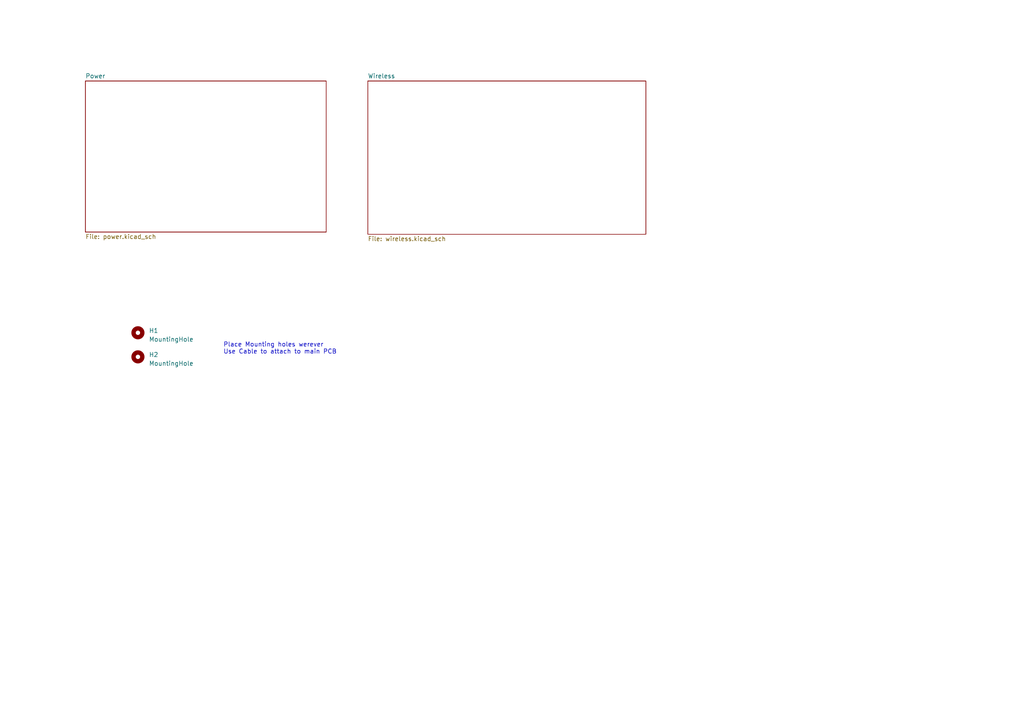
<source format=kicad_sch>
(kicad_sch (version 20230121) (generator eeschema)
  (paper "A4")
  (title_block (title "Module battery/bluetooth") (rev "1.0") (company "FG Labs"))
  (lib_symbols
    (symbol "Mechanical:MountingHole" (pin_names (offset 1.016))
      (property "Reference" "H" (at 0 5.08 0))
      (property "Value" "MountingHole" (at 0 3.175 0))
      (symbol "MountingHole_0_1"
        (circle (center 0 0) (radius 1.27) (stroke (width 1.27)))
      )
    )
  )
  (text "Place Mounting holes werever\nUse Cable to attach to main PCB" (at 64.77 102.87 0) (effects (font (size 1.27 1.27)) (justify left bottom)))
  (symbol (lib_id "Mechanical:MountingHole") (at 40.005 96.52 0) (unit 1) (in_bom no)
    (property "Reference" "H1" (at 43.18 95.885 0) (effects (justify left)))
    (property "Value" "MountingHole" (at 43.18 98.425 0) (effects (justify left)))
    (property "Footprint" "MountingHole:MountingHole_3.2mm_M3_DIN965" (effects hide))
  )
  (symbol (lib_id "Mechanical:MountingHole") (at 40.005 103.505 0) (unit 1) (in_bom no)
    (property "Reference" "H2" (at 43.18 102.87 0) (effects (justify left)))
    (property "Value" "MountingHole" (at 43.18 105.41 0) (effects (justify left)))
    (property "Footprint" "MountingHole:MountingHole_3.2mm_M3_DIN965" (effects hide))
  )
  (sheet (at 106.68 23.495) (size 80.645 44.45) (stroke (width 0.1524))
    (property "Sheetname" "Wireless" (at 106.68 22.7834 0) (effects (justify left bottom)))
    (property "Sheetfile" "wireless.kicad_sch" (at 106.68 68.5296 0) (effects (justify left top)))
  )
  (sheet (at 24.765 23.495) (size 69.85 43.815) (stroke (width 0.1524))
    (property "Sheetname" "Power" (at 24.765 22.7834 0) (effects (justify left bottom)))
    (property "Sheetfile" "power.kicad_sch" (at 24.765 67.8946 0) (effects (justify left top)))
  )
)
</source>
